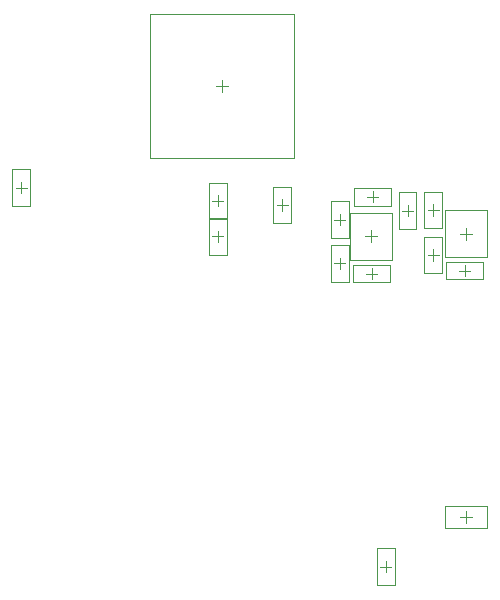
<source format=gbr>
%TF.GenerationSoftware,Altium Limited,Altium Designer,19.0.12 (326)*%
G04 Layer_Color=32768*
%FSLAX45Y45*%
%MOMM*%
%TF.FileFunction,Other,Mechanical_15*%
%TF.Part,Single*%
G01*
G75*
%TA.AperFunction,NonConductor*%
%ADD99C,0.10000*%
%ADD100C,0.05000*%
D99*
X2442802Y6500572D02*
X2542802D01*
X2492802Y6450572D02*
Y6550572D01*
X3805003Y2585002D02*
X3955000D01*
X3805003Y2275000D02*
X3955000D01*
X3805003D02*
Y2585002D01*
X3955000Y2275000D02*
Y2585002D01*
X3879999Y2382498D02*
Y2477499D01*
X3832501Y2430001D02*
X3927502D01*
X4206338Y5605001D02*
X4356335D01*
X4206338Y5294999D02*
X4356335D01*
X4206338D02*
Y5605001D01*
X4356335Y5294999D02*
Y5605001D01*
X4281334Y5402502D02*
Y5497498D01*
X4233836Y5450000D02*
X4328837D01*
X720000Y5485002D02*
X870002D01*
X720000Y5794999D02*
X870002D01*
Y5485002D02*
Y5794999D01*
X720000Y5485002D02*
Y5794999D01*
X795001Y5592500D02*
Y5687501D01*
X747498Y5639998D02*
X842499D01*
X3989706Y5289411D02*
X4139703D01*
X3989706Y5599413D02*
X4139703D01*
Y5289411D02*
Y5599413D01*
X3989706Y5289411D02*
Y5599413D01*
X4064702Y5396914D02*
Y5491910D01*
X4017204Y5444412D02*
X4112205D01*
X2383481Y5383086D02*
X2533484D01*
X2383481Y5073084D02*
X2533484D01*
X2383481D02*
Y5383086D01*
X2533484Y5073084D02*
Y5383086D01*
X2458483Y5180582D02*
Y5275583D01*
X2410985Y5228085D02*
X2505981D01*
X2410982Y5528084D02*
X2505982D01*
X2458482Y5480584D02*
Y5575584D01*
X2383482Y5373084D02*
Y5683084D01*
X2533482Y5373084D02*
Y5683084D01*
X2383482D02*
X2533482D01*
X2383482Y5373084D02*
X2533482D01*
X3606068Y4837867D02*
Y4987869D01*
X3916070Y4837867D02*
Y4987869D01*
X3606068Y4837867D02*
X3916070D01*
X3606068Y4987869D02*
X3916070D01*
X3713566Y4912868D02*
X3808567D01*
X3761069Y4865365D02*
Y4960366D01*
X4385001Y2754999D02*
Y2945001D01*
X4734998Y2754999D02*
Y2945001D01*
X4385001Y2754999D02*
X4734998D01*
X4385001Y2945001D02*
X4734998D01*
X4510000Y2850000D02*
X4610000D01*
X4560002Y2799998D02*
Y2899998D01*
X2956812Y5493676D02*
X3051812D01*
X3004312Y5446176D02*
Y5541176D01*
X3079312Y5338676D02*
Y5648676D01*
X2929312Y5338676D02*
Y5648676D01*
Y5338676D02*
X3079312D01*
X2929312Y5648676D02*
X3079312D01*
X4206338Y5225002D02*
X4356335D01*
X4206338Y4915000D02*
X4356335D01*
X4206338D02*
Y5225002D01*
X4356335Y4915000D02*
Y5225002D01*
X4281334Y5022498D02*
Y5117499D01*
X4233836Y5070001D02*
X4328837D01*
X4702044Y4863260D02*
Y5013262D01*
X4392047Y4863260D02*
Y5013262D01*
X4702044D01*
X4392047Y4863260D02*
X4702044D01*
X4499545Y4938261D02*
X4594546D01*
X4547048Y4890758D02*
Y4985759D01*
X3443574Y5367968D02*
X3538574D01*
X3491074Y5320468D02*
Y5415468D01*
X3566074Y5212968D02*
Y5522968D01*
X3416074Y5212968D02*
Y5522968D01*
Y5212968D02*
X3566074D01*
X3416074Y5522968D02*
X3566074D01*
X3416073Y5152967D02*
X3566075D01*
X3416073Y4842965D02*
X3566075D01*
X3416073D02*
Y5152967D01*
X3566075Y4842965D02*
Y5152967D01*
X3491074Y4950468D02*
Y5045469D01*
X3443576Y4997966D02*
X3538572D01*
X3768598Y5515608D02*
Y5610608D01*
X3721098Y5563108D02*
X3816098D01*
X3613598Y5638108D02*
X3923598D01*
X3613598Y5488108D02*
X3923598D01*
Y5638108D01*
X3613598Y5488108D02*
Y5638108D01*
X3577226Y5027969D02*
X3937225D01*
X3577226Y5427968D02*
X3937225D01*
Y5027969D02*
Y5427968D01*
X3577226Y5027969D02*
Y5427968D01*
X3757225Y5177966D02*
Y5277966D01*
X3707228Y5227968D02*
X3807228D01*
X4380003Y5050001D02*
X4740002D01*
X4380003Y5450000D02*
X4740002D01*
Y5050001D02*
Y5450000D01*
X4380003Y5050001D02*
Y5450000D01*
X4560002Y5199998D02*
Y5299998D01*
X4510000Y5250000D02*
X4610000D01*
D100*
X1882802Y5890572D02*
Y7110572D01*
Y5890572D02*
X3102802D01*
X1882802Y7110572D02*
X3102802D01*
Y5890572D02*
Y7110572D01*
%TF.MD5,229be3f3d8b2d408ab056165a2ff03c7*%
M02*

</source>
